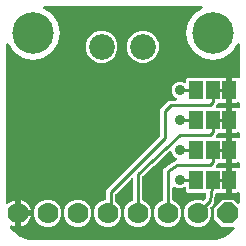
<source format=gbr>
G04 EAGLE Gerber RS-274X export*
G75*
%MOMM*%
%FSLAX34Y34*%
%LPD*%
%INBottom Copper*%
%IPPOS*%
%AMOC8*
5,1,8,0,0,1.08239X$1,22.5*%
G01*
%ADD10C,2.184400*%
%ADD11C,3.516000*%
%ADD12P,1.924489X8X292.500000*%
%ADD13C,1.778000*%
%ADD14R,1.168400X1.600200*%
%ADD15C,0.906400*%
%ADD16C,0.254000*%
%ADD17C,0.406400*%

G36*
X177822Y2543D02*
X177822Y2543D01*
X177900Y2545D01*
X181277Y2810D01*
X181345Y2824D01*
X181414Y2829D01*
X181570Y2869D01*
X187994Y4956D01*
X188101Y5006D01*
X188212Y5050D01*
X188263Y5083D01*
X188282Y5091D01*
X188297Y5104D01*
X188348Y5136D01*
X193812Y9107D01*
X193899Y9188D01*
X193946Y9227D01*
X193952Y9231D01*
X193953Y9233D01*
X193991Y9264D01*
X194029Y9310D01*
X194044Y9324D01*
X194055Y9341D01*
X194093Y9387D01*
X195958Y11954D01*
X195976Y11987D01*
X195999Y12014D01*
X195999Y12016D01*
X196002Y12019D01*
X196053Y12128D01*
X196111Y12233D01*
X196121Y12271D01*
X196138Y12307D01*
X196160Y12424D01*
X196190Y12541D01*
X196190Y12581D01*
X196198Y12620D01*
X196190Y12739D01*
X196190Y12859D01*
X196181Y12897D01*
X196178Y12937D01*
X196141Y13051D01*
X196111Y13167D01*
X196092Y13202D01*
X196080Y13239D01*
X196016Y13341D01*
X195958Y13446D01*
X195931Y13475D01*
X195910Y13508D01*
X195823Y13590D01*
X195741Y13677D01*
X195707Y13699D01*
X195678Y13726D01*
X195574Y13784D01*
X195472Y13848D01*
X195434Y13860D01*
X195400Y13880D01*
X195284Y13909D01*
X195170Y13947D01*
X195130Y13949D01*
X195092Y13959D01*
X194931Y13969D01*
X185765Y13969D01*
X179069Y20665D01*
X179069Y30135D01*
X180516Y31581D01*
X180558Y31636D01*
X180608Y31685D01*
X180656Y31761D01*
X180681Y31794D01*
X180723Y31828D01*
X180784Y31863D01*
X180904Y31970D01*
X185765Y36831D01*
X195235Y36831D01*
X198493Y33573D01*
X198602Y33488D01*
X198709Y33399D01*
X198728Y33390D01*
X198744Y33378D01*
X198872Y33323D01*
X198997Y33264D01*
X199017Y33260D01*
X199036Y33252D01*
X199174Y33230D01*
X199310Y33204D01*
X199330Y33205D01*
X199350Y33202D01*
X199489Y33215D01*
X199627Y33223D01*
X199646Y33230D01*
X199666Y33232D01*
X199798Y33279D01*
X199929Y33322D01*
X199947Y33332D01*
X199966Y33339D01*
X200081Y33417D01*
X200198Y33492D01*
X200212Y33506D01*
X200229Y33518D01*
X200321Y33622D01*
X200416Y33723D01*
X200426Y33741D01*
X200439Y33756D01*
X200503Y33880D01*
X200570Y34002D01*
X200575Y34021D01*
X200584Y34039D01*
X200614Y34175D01*
X200649Y34310D01*
X200651Y34338D01*
X200654Y34350D01*
X200653Y34370D01*
X200659Y34470D01*
X200659Y41966D01*
X200643Y42097D01*
X200632Y42229D01*
X200623Y42255D01*
X200619Y42282D01*
X200571Y42405D01*
X200527Y42530D01*
X200512Y42552D01*
X200502Y42577D01*
X200425Y42684D01*
X200351Y42795D01*
X200331Y42813D01*
X200316Y42835D01*
X200214Y42919D01*
X200115Y43008D01*
X200091Y43020D01*
X200071Y43038D01*
X199951Y43094D01*
X199834Y43155D01*
X199807Y43162D01*
X199783Y43173D01*
X199653Y43198D01*
X199524Y43228D01*
X199497Y43228D01*
X199471Y43233D01*
X199339Y43225D01*
X199206Y43222D01*
X199180Y43215D01*
X199153Y43213D01*
X199028Y43172D01*
X198900Y43137D01*
X198865Y43120D01*
X198851Y43115D01*
X198832Y43104D01*
X198755Y43065D01*
X198593Y42971D01*
X197946Y42798D01*
X194309Y42798D01*
X194309Y48696D01*
X194292Y48834D01*
X194279Y48972D01*
X194272Y48991D01*
X194269Y49011D01*
X194218Y49141D01*
X194171Y49271D01*
X194160Y49288D01*
X194152Y49307D01*
X194071Y49419D01*
X193993Y49535D01*
X193977Y49548D01*
X193965Y49564D01*
X193858Y49653D01*
X193754Y49745D01*
X193736Y49754D01*
X193720Y49767D01*
X193595Y49826D01*
X193471Y49890D01*
X193451Y49894D01*
X193433Y49903D01*
X193297Y49929D01*
X193161Y49959D01*
X193140Y49959D01*
X193120Y49962D01*
X192982Y49954D01*
X192843Y49950D01*
X192823Y49944D01*
X192803Y49943D01*
X192671Y49900D01*
X192537Y49861D01*
X192520Y49851D01*
X192500Y49845D01*
X192383Y49770D01*
X192263Y49700D01*
X192242Y49681D01*
X192232Y49675D01*
X192218Y49660D01*
X192142Y49593D01*
X192078Y49529D01*
X190500Y49529D01*
X190382Y49514D01*
X190263Y49507D01*
X190225Y49494D01*
X190185Y49489D01*
X190074Y49446D01*
X189961Y49409D01*
X189926Y49387D01*
X189889Y49372D01*
X189793Y49303D01*
X189692Y49239D01*
X189664Y49209D01*
X189631Y49186D01*
X189556Y49094D01*
X189474Y49007D01*
X189454Y48972D01*
X189429Y48941D01*
X189378Y48833D01*
X189320Y48729D01*
X189310Y48689D01*
X189293Y48653D01*
X189271Y48536D01*
X189241Y48421D01*
X189237Y48361D01*
X189233Y48341D01*
X189235Y48321D01*
X189233Y48314D01*
X189234Y48307D01*
X189231Y48260D01*
X189231Y42798D01*
X185593Y42798D01*
X185592Y42799D01*
X185487Y42813D01*
X185384Y42836D01*
X185330Y42834D01*
X185277Y42842D01*
X185172Y42830D01*
X185066Y42826D01*
X185015Y42811D01*
X184961Y42805D01*
X184943Y42798D01*
X181244Y42798D01*
X181215Y42795D01*
X181186Y42797D01*
X181058Y42775D01*
X180929Y42758D01*
X180902Y42748D01*
X180873Y42743D01*
X180754Y42689D01*
X180633Y42641D01*
X180609Y42624D01*
X180583Y42612D01*
X180481Y42531D01*
X180376Y42455D01*
X180357Y42432D01*
X180334Y42414D01*
X180256Y42310D01*
X180173Y42210D01*
X180160Y42183D01*
X180143Y42160D01*
X180093Y42040D01*
X180037Y41922D01*
X180032Y41893D01*
X180021Y41866D01*
X179988Y41709D01*
X179083Y35378D01*
X179083Y35369D01*
X179081Y35360D01*
X179071Y35199D01*
X179071Y33959D01*
X179049Y33930D01*
X178957Y33812D01*
X178953Y33803D01*
X178948Y33796D01*
X178890Y33657D01*
X178831Y33520D01*
X178829Y33511D01*
X178826Y33502D01*
X178818Y33465D01*
X177835Y32728D01*
X177828Y32721D01*
X177820Y32716D01*
X177699Y32610D01*
X176027Y30938D01*
X176009Y30914D01*
X175986Y30895D01*
X175912Y30789D01*
X175832Y30686D01*
X175820Y30659D01*
X175803Y30635D01*
X175757Y30514D01*
X175706Y30395D01*
X175701Y30365D01*
X175690Y30338D01*
X175676Y30209D01*
X175656Y30080D01*
X175658Y30051D01*
X175655Y30022D01*
X175673Y29893D01*
X175686Y29764D01*
X175696Y29736D01*
X175700Y29707D01*
X175752Y29554D01*
X176531Y27674D01*
X176531Y23126D01*
X174791Y18925D01*
X171575Y15709D01*
X167374Y13969D01*
X162826Y13969D01*
X158625Y15709D01*
X155409Y18925D01*
X153669Y23126D01*
X153669Y27674D01*
X155409Y31875D01*
X158625Y35091D01*
X162826Y36831D01*
X167374Y36831D01*
X169254Y36052D01*
X169283Y36044D01*
X169309Y36030D01*
X169436Y36002D01*
X169561Y35968D01*
X169591Y35967D01*
X169620Y35961D01*
X169749Y35965D01*
X169879Y35963D01*
X169908Y35970D01*
X169937Y35970D01*
X170062Y36007D01*
X170188Y36037D01*
X170215Y36051D01*
X170243Y36059D01*
X170355Y36125D01*
X170470Y36186D01*
X170491Y36205D01*
X170517Y36220D01*
X170638Y36327D01*
X171368Y37057D01*
X171374Y37064D01*
X171381Y37070D01*
X171471Y37189D01*
X171563Y37308D01*
X171567Y37317D01*
X171572Y37324D01*
X171629Y37462D01*
X171689Y37600D01*
X171691Y37609D01*
X171694Y37618D01*
X171727Y37775D01*
X172238Y41350D01*
X172238Y41400D01*
X172248Y41449D01*
X172241Y41558D01*
X172243Y41667D01*
X172231Y41716D01*
X172228Y41766D01*
X172194Y41870D01*
X172169Y41977D01*
X172145Y42021D01*
X172130Y42068D01*
X172072Y42161D01*
X172020Y42258D01*
X171987Y42295D01*
X171960Y42337D01*
X171880Y42412D01*
X171806Y42493D01*
X171765Y42521D01*
X171728Y42555D01*
X171632Y42608D01*
X171541Y42668D01*
X171494Y42684D01*
X171450Y42709D01*
X171344Y42736D01*
X171240Y42772D01*
X171190Y42776D01*
X171142Y42788D01*
X170981Y42798D01*
X156936Y42798D01*
X155447Y44287D01*
X155447Y46099D01*
X155441Y46149D01*
X155443Y46198D01*
X155421Y46306D01*
X155407Y46415D01*
X155389Y46461D01*
X155379Y46510D01*
X155331Y46608D01*
X155290Y46711D01*
X155261Y46751D01*
X155239Y46795D01*
X155168Y46879D01*
X155104Y46968D01*
X155065Y47000D01*
X155033Y47037D01*
X154943Y47101D01*
X154859Y47171D01*
X154814Y47192D01*
X154773Y47220D01*
X154670Y47259D01*
X154571Y47306D01*
X154522Y47316D01*
X154476Y47333D01*
X154366Y47345D01*
X154259Y47366D01*
X154209Y47363D01*
X154160Y47368D01*
X154051Y47353D01*
X153941Y47346D01*
X153894Y47331D01*
X153845Y47324D01*
X153692Y47272D01*
X151267Y46267D01*
X148453Y46267D01*
X145854Y47344D01*
X145678Y47520D01*
X145568Y47605D01*
X145461Y47694D01*
X145442Y47703D01*
X145426Y47715D01*
X145299Y47770D01*
X145173Y47830D01*
X145153Y47833D01*
X145134Y47841D01*
X144997Y47863D01*
X144860Y47889D01*
X144840Y47888D01*
X144820Y47891D01*
X144682Y47878D01*
X144543Y47870D01*
X144524Y47863D01*
X144504Y47862D01*
X144372Y47814D01*
X144241Y47772D01*
X144224Y47761D01*
X144204Y47754D01*
X144089Y47676D01*
X143972Y47601D01*
X143958Y47587D01*
X143941Y47575D01*
X143849Y47471D01*
X143754Y47370D01*
X143744Y47352D01*
X143731Y47337D01*
X143667Y47213D01*
X143600Y47091D01*
X143595Y47072D01*
X143586Y47054D01*
X143556Y46918D01*
X143521Y46783D01*
X143519Y46755D01*
X143516Y46743D01*
X143517Y46723D01*
X143511Y46623D01*
X143511Y37042D01*
X143514Y37013D01*
X143512Y36983D01*
X143534Y36856D01*
X143551Y36727D01*
X143561Y36699D01*
X143566Y36670D01*
X143620Y36552D01*
X143668Y36431D01*
X143685Y36407D01*
X143697Y36380D01*
X143778Y36279D01*
X143854Y36174D01*
X143877Y36155D01*
X143896Y36132D01*
X143999Y36054D01*
X144099Y35971D01*
X144126Y35958D01*
X144150Y35940D01*
X144294Y35870D01*
X146175Y35091D01*
X149391Y31875D01*
X151131Y27674D01*
X151131Y23126D01*
X149391Y18925D01*
X146175Y15709D01*
X141974Y13969D01*
X137426Y13969D01*
X133225Y15709D01*
X130009Y18925D01*
X128269Y23126D01*
X128269Y27674D01*
X130009Y31875D01*
X133225Y35091D01*
X135106Y35870D01*
X135131Y35884D01*
X135159Y35893D01*
X135269Y35963D01*
X135382Y36027D01*
X135403Y36048D01*
X135428Y36063D01*
X135517Y36158D01*
X135610Y36248D01*
X135626Y36273D01*
X135646Y36295D01*
X135709Y36409D01*
X135777Y36519D01*
X135785Y36548D01*
X135800Y36574D01*
X135832Y36699D01*
X135870Y36823D01*
X135872Y36853D01*
X135879Y36881D01*
X135889Y37042D01*
X135889Y59422D01*
X135873Y59554D01*
X135861Y59686D01*
X135853Y59711D01*
X135849Y59737D01*
X135800Y59861D01*
X135757Y59987D01*
X135738Y60019D01*
X135732Y60033D01*
X135720Y60051D01*
X135676Y60126D01*
X135654Y60160D01*
X135865Y61214D01*
X135868Y61259D01*
X135879Y61302D01*
X135889Y61463D01*
X135889Y62538D01*
X135918Y62567D01*
X135999Y62672D01*
X136085Y62774D01*
X136088Y62780D01*
X136092Y62784D01*
X136100Y62802D01*
X136113Y62818D01*
X136166Y62940D01*
X136223Y63060D01*
X136226Y63068D01*
X136227Y63072D01*
X136229Y63081D01*
X136233Y63096D01*
X136239Y63110D01*
X136242Y63131D01*
X136265Y63216D01*
X136273Y63255D01*
X137168Y63852D01*
X137202Y63881D01*
X137240Y63904D01*
X137361Y64010D01*
X138122Y64771D01*
X138162Y64771D01*
X138294Y64787D01*
X138426Y64799D01*
X138451Y64807D01*
X138477Y64811D01*
X138601Y64859D01*
X138727Y64903D01*
X138759Y64922D01*
X138773Y64928D01*
X138791Y64940D01*
X138866Y64984D01*
X144788Y68932D01*
X144822Y68961D01*
X144860Y68984D01*
X144981Y69090D01*
X145742Y69851D01*
X145782Y69851D01*
X145914Y69867D01*
X146046Y69879D01*
X146071Y69887D01*
X146097Y69891D01*
X146221Y69940D01*
X146347Y69983D01*
X146379Y70002D01*
X146393Y70008D01*
X146411Y70020D01*
X146486Y70064D01*
X146745Y70237D01*
X146757Y70247D01*
X146770Y70254D01*
X146877Y70351D01*
X146985Y70445D01*
X146994Y70457D01*
X147006Y70468D01*
X147085Y70588D01*
X147166Y70706D01*
X147172Y70721D01*
X147180Y70734D01*
X147227Y70870D01*
X147277Y71004D01*
X147279Y71020D01*
X147284Y71034D01*
X147295Y71178D01*
X147310Y71321D01*
X147308Y71336D01*
X147309Y71351D01*
X147284Y71493D01*
X147263Y71635D01*
X147257Y71649D01*
X147254Y71665D01*
X147195Y71796D01*
X147140Y71928D01*
X147130Y71941D01*
X147124Y71955D01*
X147034Y72067D01*
X146947Y72181D01*
X146935Y72191D01*
X146925Y72203D01*
X146810Y72290D01*
X146698Y72379D01*
X146684Y72385D01*
X146671Y72394D01*
X146527Y72465D01*
X145854Y72744D01*
X143864Y74734D01*
X142786Y77336D01*
X142773Y77359D01*
X142765Y77384D01*
X142695Y77497D01*
X142629Y77612D01*
X142610Y77631D01*
X142596Y77653D01*
X142500Y77745D01*
X142407Y77841D01*
X142385Y77854D01*
X142366Y77872D01*
X142250Y77937D01*
X142136Y78007D01*
X142111Y78015D01*
X142088Y78027D01*
X141959Y78061D01*
X141832Y78100D01*
X141806Y78102D01*
X141781Y78108D01*
X141647Y78109D01*
X141515Y78116D01*
X141489Y78110D01*
X141463Y78110D01*
X141334Y78078D01*
X141203Y78051D01*
X141180Y78040D01*
X141154Y78033D01*
X141037Y77970D01*
X140917Y77912D01*
X140897Y77895D01*
X140875Y77882D01*
X140750Y77780D01*
X138632Y75814D01*
X138632Y75813D01*
X133164Y70737D01*
X133164Y70736D01*
X127697Y65660D01*
X127697Y65659D01*
X123596Y61852D01*
X118516Y57135D01*
X118438Y57041D01*
X118354Y56952D01*
X118336Y56919D01*
X118312Y56891D01*
X118260Y56781D01*
X118200Y56673D01*
X118191Y56637D01*
X118175Y56604D01*
X118152Y56484D01*
X118121Y56365D01*
X118117Y56311D01*
X118114Y56292D01*
X118115Y56271D01*
X118111Y56205D01*
X118111Y37042D01*
X118114Y37013D01*
X118112Y36983D01*
X118134Y36856D01*
X118151Y36727D01*
X118161Y36699D01*
X118166Y36670D01*
X118220Y36552D01*
X118268Y36431D01*
X118285Y36407D01*
X118297Y36380D01*
X118378Y36279D01*
X118454Y36174D01*
X118477Y36155D01*
X118496Y36132D01*
X118599Y36054D01*
X118699Y35971D01*
X118726Y35958D01*
X118750Y35940D01*
X118894Y35870D01*
X120775Y35091D01*
X123991Y31875D01*
X125731Y27674D01*
X125731Y23126D01*
X123991Y18925D01*
X120775Y15709D01*
X116574Y13969D01*
X112026Y13969D01*
X107825Y15709D01*
X104609Y18925D01*
X102869Y23126D01*
X102869Y27674D01*
X104609Y31875D01*
X107825Y35091D01*
X109706Y35870D01*
X109731Y35884D01*
X109759Y35893D01*
X109869Y35963D01*
X109982Y36027D01*
X110003Y36048D01*
X110028Y36063D01*
X110117Y36158D01*
X110210Y36248D01*
X110226Y36273D01*
X110246Y36295D01*
X110309Y36409D01*
X110377Y36519D01*
X110385Y36548D01*
X110400Y36574D01*
X110432Y36699D01*
X110470Y36823D01*
X110472Y36853D01*
X110479Y36881D01*
X110489Y37042D01*
X110489Y53776D01*
X110472Y53913D01*
X110459Y54052D01*
X110452Y54071D01*
X110449Y54091D01*
X110398Y54220D01*
X110351Y54351D01*
X110340Y54368D01*
X110332Y54387D01*
X110251Y54499D01*
X110173Y54615D01*
X110157Y54628D01*
X110146Y54644D01*
X110038Y54733D01*
X109934Y54825D01*
X109916Y54834D01*
X109901Y54847D01*
X109775Y54906D01*
X109651Y54970D01*
X109631Y54974D01*
X109613Y54983D01*
X109477Y55009D01*
X109341Y55039D01*
X109320Y55039D01*
X109301Y55043D01*
X109162Y55034D01*
X109023Y55030D01*
X109003Y55024D01*
X108983Y55023D01*
X108851Y54980D01*
X108717Y54941D01*
X108700Y54931D01*
X108681Y54925D01*
X108563Y54850D01*
X108443Y54780D01*
X108422Y54761D01*
X108412Y54755D01*
X108398Y54740D01*
X108323Y54673D01*
X95622Y41973D01*
X95562Y41895D01*
X95494Y41823D01*
X95465Y41770D01*
X95428Y41722D01*
X95388Y41631D01*
X95340Y41544D01*
X95325Y41486D01*
X95301Y41430D01*
X95286Y41332D01*
X95261Y41236D01*
X95255Y41136D01*
X95251Y41116D01*
X95253Y41104D01*
X95251Y41076D01*
X95251Y35740D01*
X95263Y35642D01*
X95266Y35543D01*
X95283Y35485D01*
X95291Y35425D01*
X95327Y35333D01*
X95355Y35238D01*
X95385Y35186D01*
X95408Y35129D01*
X95466Y35049D01*
X95516Y34964D01*
X95582Y34889D01*
X95594Y34872D01*
X95604Y34864D01*
X95622Y34843D01*
X98591Y31875D01*
X100331Y27674D01*
X100331Y23126D01*
X98591Y18925D01*
X95375Y15709D01*
X91174Y13969D01*
X86626Y13969D01*
X82425Y15709D01*
X79209Y18925D01*
X77469Y23126D01*
X77469Y27674D01*
X79209Y31875D01*
X82425Y35091D01*
X86846Y36922D01*
X86871Y36936D01*
X86899Y36945D01*
X86931Y36965D01*
X86936Y36967D01*
X86950Y36977D01*
X87009Y37015D01*
X87122Y37079D01*
X87143Y37100D01*
X87168Y37116D01*
X87257Y37210D01*
X87350Y37300D01*
X87366Y37326D01*
X87386Y37347D01*
X87449Y37461D01*
X87517Y37572D01*
X87525Y37600D01*
X87540Y37626D01*
X87572Y37751D01*
X87610Y37876D01*
X87612Y37905D01*
X87619Y37934D01*
X87629Y38094D01*
X87629Y44758D01*
X132978Y90107D01*
X133038Y90185D01*
X133106Y90257D01*
X133135Y90310D01*
X133172Y90358D01*
X133212Y90449D01*
X133260Y90536D01*
X133275Y90594D01*
X133299Y90650D01*
X133314Y90748D01*
X133339Y90844D01*
X133345Y90944D01*
X133349Y90964D01*
X133347Y90976D01*
X133349Y91004D01*
X133349Y113338D01*
X140662Y120651D01*
X146458Y120651D01*
X146527Y120659D01*
X146597Y120658D01*
X146684Y120679D01*
X146773Y120691D01*
X146838Y120716D01*
X146906Y120733D01*
X146985Y120775D01*
X147069Y120808D01*
X147125Y120849D01*
X147187Y120881D01*
X147254Y120942D01*
X147326Y120994D01*
X147371Y121048D01*
X147422Y121095D01*
X147472Y121170D01*
X147529Y121239D01*
X147559Y121303D01*
X147597Y121361D01*
X147626Y121446D01*
X147665Y121527D01*
X147678Y121596D01*
X147700Y121662D01*
X147708Y121751D01*
X147724Y121839D01*
X147720Y121909D01*
X147726Y121979D01*
X147710Y122067D01*
X147705Y122157D01*
X147683Y122223D01*
X147671Y122292D01*
X147634Y122374D01*
X147607Y122459D01*
X147569Y122518D01*
X147541Y122582D01*
X147485Y122652D01*
X147436Y122728D01*
X147386Y122776D01*
X147342Y122830D01*
X147270Y122885D01*
X147205Y122946D01*
X147144Y122980D01*
X147088Y123022D01*
X146943Y123093D01*
X145854Y123544D01*
X143864Y125534D01*
X142787Y128133D01*
X142787Y130947D01*
X143864Y133546D01*
X145854Y135536D01*
X148453Y136613D01*
X151267Y136613D01*
X153692Y135608D01*
X153740Y135595D01*
X153785Y135574D01*
X153893Y135553D01*
X153999Y135524D01*
X154049Y135523D01*
X154098Y135514D01*
X154207Y135521D01*
X154317Y135519D01*
X154365Y135531D01*
X154415Y135534D01*
X154519Y135568D01*
X154626Y135593D01*
X154670Y135616D01*
X154717Y135632D01*
X154810Y135691D01*
X154907Y135742D01*
X154944Y135775D01*
X154986Y135802D01*
X155061Y135882D01*
X155143Y135956D01*
X155170Y135997D01*
X155204Y136034D01*
X155257Y136130D01*
X155317Y136222D01*
X155334Y136269D01*
X155358Y136312D01*
X155385Y136418D01*
X155421Y136522D01*
X155425Y136572D01*
X155437Y136620D01*
X155447Y136781D01*
X155447Y138593D01*
X156936Y140082D01*
X184953Y140082D01*
X185014Y140072D01*
X185116Y140047D01*
X185170Y140047D01*
X185223Y140039D01*
X185328Y140049D01*
X185434Y140050D01*
X185518Y140066D01*
X185540Y140068D01*
X185554Y140074D01*
X185592Y140081D01*
X185593Y140082D01*
X189231Y140082D01*
X189231Y134620D01*
X189246Y134502D01*
X189253Y134383D01*
X189266Y134345D01*
X189271Y134304D01*
X189314Y134194D01*
X189351Y134081D01*
X189373Y134046D01*
X189388Y134009D01*
X189458Y133913D01*
X189521Y133812D01*
X189551Y133784D01*
X189575Y133751D01*
X189666Y133675D01*
X189753Y133594D01*
X189788Y133574D01*
X189819Y133549D01*
X189927Y133498D01*
X190031Y133440D01*
X190071Y133430D01*
X190107Y133413D01*
X190224Y133391D01*
X190339Y133361D01*
X190400Y133357D01*
X190420Y133353D01*
X190440Y133355D01*
X190500Y133351D01*
X193040Y133351D01*
X193158Y133366D01*
X193277Y133373D01*
X193315Y133386D01*
X193355Y133391D01*
X193466Y133434D01*
X193579Y133471D01*
X193614Y133493D01*
X193651Y133508D01*
X193747Y133577D01*
X193848Y133641D01*
X193876Y133671D01*
X193908Y133694D01*
X193984Y133786D01*
X194066Y133873D01*
X194085Y133908D01*
X194111Y133939D01*
X194162Y134047D01*
X194219Y134151D01*
X194230Y134191D01*
X194247Y134227D01*
X194269Y134344D01*
X194299Y134459D01*
X194303Y134519D01*
X194307Y134539D01*
X194305Y134560D01*
X194309Y134620D01*
X194309Y140082D01*
X197946Y140082D01*
X198593Y139909D01*
X198755Y139815D01*
X198878Y139763D01*
X198997Y139707D01*
X199024Y139702D01*
X199049Y139691D01*
X199180Y139672D01*
X199310Y139647D01*
X199336Y139649D01*
X199363Y139645D01*
X199495Y139659D01*
X199627Y139667D01*
X199653Y139675D01*
X199679Y139678D01*
X199804Y139724D01*
X199929Y139765D01*
X199952Y139779D01*
X199978Y139789D01*
X200086Y139864D01*
X200198Y139935D01*
X200217Y139955D01*
X200239Y139970D01*
X200325Y140070D01*
X200416Y140167D01*
X200429Y140190D01*
X200447Y140211D01*
X200506Y140329D01*
X200570Y140445D01*
X200576Y140471D01*
X200588Y140495D01*
X200616Y140625D01*
X200649Y140753D01*
X200651Y140791D01*
X200655Y140806D01*
X200654Y140828D01*
X200659Y140914D01*
X200659Y167796D01*
X200646Y167900D01*
X200642Y168004D01*
X200626Y168057D01*
X200619Y168111D01*
X200581Y168208D01*
X200551Y168309D01*
X200523Y168356D01*
X200502Y168407D01*
X200441Y168492D01*
X200387Y168581D01*
X200348Y168620D01*
X200316Y168665D01*
X200235Y168731D01*
X200161Y168804D01*
X200113Y168832D01*
X200071Y168867D01*
X199976Y168912D01*
X199886Y168964D01*
X199833Y168979D01*
X199783Y169003D01*
X199680Y169022D01*
X199580Y169051D01*
X199525Y169052D01*
X199471Y169063D01*
X199366Y169056D01*
X199262Y169059D01*
X199208Y169046D01*
X199153Y169043D01*
X199054Y169011D01*
X198952Y168987D01*
X198903Y168962D01*
X198851Y168945D01*
X198762Y168889D01*
X198670Y168841D01*
X198628Y168804D01*
X198582Y168775D01*
X198510Y168699D01*
X198432Y168629D01*
X198379Y168559D01*
X198364Y168543D01*
X198357Y168530D01*
X198335Y168501D01*
X193834Y161766D01*
X186478Y156850D01*
X177800Y155124D01*
X169122Y156850D01*
X161766Y161766D01*
X156850Y169122D01*
X155124Y177800D01*
X156850Y186478D01*
X161766Y193834D01*
X168501Y198335D01*
X168580Y198403D01*
X168665Y198464D01*
X168700Y198507D01*
X168741Y198543D01*
X168801Y198629D01*
X168867Y198709D01*
X168891Y198759D01*
X168922Y198805D01*
X168958Y198903D01*
X169003Y198997D01*
X169013Y199051D01*
X169032Y199103D01*
X169043Y199207D01*
X169063Y199310D01*
X169059Y199365D01*
X169065Y199419D01*
X169049Y199523D01*
X169043Y199627D01*
X169026Y199679D01*
X169018Y199734D01*
X168977Y199830D01*
X168945Y199929D01*
X168915Y199976D01*
X168894Y200027D01*
X168831Y200110D01*
X168775Y200198D01*
X168735Y200236D01*
X168701Y200280D01*
X168619Y200345D01*
X168543Y200416D01*
X168495Y200443D01*
X168452Y200477D01*
X168356Y200519D01*
X168265Y200570D01*
X168211Y200583D01*
X168161Y200606D01*
X168058Y200623D01*
X167957Y200649D01*
X167869Y200655D01*
X167847Y200658D01*
X167832Y200657D01*
X167796Y200659D01*
X35404Y200659D01*
X35300Y200646D01*
X35196Y200642D01*
X35143Y200626D01*
X35089Y200619D01*
X34992Y200581D01*
X34891Y200551D01*
X34844Y200523D01*
X34793Y200502D01*
X34708Y200441D01*
X34619Y200387D01*
X34580Y200348D01*
X34535Y200316D01*
X34469Y200235D01*
X34396Y200161D01*
X34368Y200113D01*
X34333Y200071D01*
X34288Y199976D01*
X34236Y199886D01*
X34221Y199833D01*
X34197Y199783D01*
X34178Y199680D01*
X34149Y199580D01*
X34148Y199525D01*
X34137Y199471D01*
X34144Y199366D01*
X34141Y199262D01*
X34154Y199208D01*
X34157Y199153D01*
X34189Y199054D01*
X34213Y198952D01*
X34238Y198903D01*
X34255Y198851D01*
X34311Y198762D01*
X34359Y198670D01*
X34396Y198628D01*
X34425Y198582D01*
X34501Y198510D01*
X34571Y198432D01*
X34641Y198379D01*
X34657Y198364D01*
X34670Y198357D01*
X34699Y198335D01*
X41434Y193834D01*
X46350Y186478D01*
X48076Y177800D01*
X46350Y169122D01*
X41434Y161766D01*
X34078Y156850D01*
X25400Y155124D01*
X16722Y156850D01*
X9366Y161766D01*
X4865Y168501D01*
X4797Y168580D01*
X4736Y168665D01*
X4693Y168700D01*
X4657Y168741D01*
X4571Y168801D01*
X4491Y168867D01*
X4441Y168891D01*
X4395Y168922D01*
X4297Y168958D01*
X4203Y169003D01*
X4149Y169013D01*
X4097Y169032D01*
X3993Y169043D01*
X3890Y169063D01*
X3835Y169059D01*
X3781Y169065D01*
X3677Y169049D01*
X3573Y169043D01*
X3521Y169026D01*
X3466Y169018D01*
X3370Y168977D01*
X3271Y168945D01*
X3224Y168915D01*
X3173Y168894D01*
X3090Y168831D01*
X3002Y168775D01*
X2964Y168735D01*
X2920Y168701D01*
X2855Y168619D01*
X2784Y168543D01*
X2757Y168495D01*
X2723Y168452D01*
X2681Y168356D01*
X2630Y168265D01*
X2617Y168211D01*
X2594Y168161D01*
X2577Y168058D01*
X2551Y167957D01*
X2545Y167869D01*
X2542Y167847D01*
X2543Y167832D01*
X2541Y167796D01*
X2541Y34470D01*
X2558Y34332D01*
X2571Y34194D01*
X2578Y34175D01*
X2581Y34155D01*
X2632Y34025D01*
X2679Y33895D01*
X2690Y33878D01*
X2698Y33859D01*
X2779Y33747D01*
X2857Y33632D01*
X2873Y33618D01*
X2884Y33602D01*
X2992Y33513D01*
X3096Y33421D01*
X3114Y33412D01*
X3129Y33399D01*
X3255Y33340D01*
X3379Y33277D01*
X3399Y33272D01*
X3417Y33264D01*
X3553Y33238D01*
X3689Y33207D01*
X3710Y33208D01*
X3729Y33204D01*
X3868Y33212D01*
X4007Y33217D01*
X4027Y33222D01*
X4047Y33224D01*
X4179Y33266D01*
X4313Y33305D01*
X4330Y33315D01*
X4349Y33322D01*
X4467Y33396D01*
X4587Y33467D01*
X4608Y33485D01*
X4618Y33492D01*
X4632Y33507D01*
X4708Y33573D01*
X5253Y34119D01*
X6709Y35177D01*
X8312Y35993D01*
X10023Y36549D01*
X10201Y36577D01*
X10201Y26630D01*
X10216Y26512D01*
X10223Y26393D01*
X10235Y26355D01*
X10241Y26315D01*
X10284Y26204D01*
X10321Y26091D01*
X10343Y26057D01*
X10358Y26019D01*
X10427Y25923D01*
X10491Y25822D01*
X10521Y25794D01*
X10544Y25762D01*
X10636Y25686D01*
X10723Y25604D01*
X10758Y25585D01*
X10789Y25559D01*
X10897Y25508D01*
X11001Y25451D01*
X11041Y25441D01*
X11077Y25423D01*
X11184Y25403D01*
X11154Y25399D01*
X11044Y25355D01*
X10931Y25319D01*
X10896Y25297D01*
X10859Y25282D01*
X10762Y25212D01*
X10662Y25149D01*
X10634Y25119D01*
X10601Y25095D01*
X10525Y25004D01*
X10444Y24917D01*
X10424Y24882D01*
X10399Y24850D01*
X10348Y24743D01*
X10290Y24638D01*
X10280Y24599D01*
X10263Y24563D01*
X10241Y24446D01*
X10211Y24330D01*
X10207Y24270D01*
X10203Y24250D01*
X10205Y24230D01*
X10201Y24170D01*
X10201Y14223D01*
X10023Y14251D01*
X8312Y14807D01*
X8033Y14949D01*
X8014Y14956D01*
X7997Y14967D01*
X7864Y15010D01*
X7734Y15057D01*
X7714Y15059D01*
X7695Y15065D01*
X7555Y15074D01*
X7417Y15087D01*
X7397Y15084D01*
X7377Y15085D01*
X7240Y15059D01*
X7103Y15037D01*
X7085Y15029D01*
X7065Y15026D01*
X6939Y14966D01*
X6811Y14911D01*
X6795Y14899D01*
X6777Y14890D01*
X6670Y14801D01*
X6560Y14716D01*
X6547Y14700D01*
X6532Y14688D01*
X6450Y14575D01*
X6364Y14465D01*
X6356Y14447D01*
X6345Y14431D01*
X6293Y14301D01*
X6238Y14173D01*
X6235Y14154D01*
X6227Y14135D01*
X6210Y13997D01*
X6188Y13859D01*
X6190Y13839D01*
X6187Y13820D01*
X6205Y13681D01*
X6218Y13543D01*
X6224Y13524D01*
X6227Y13504D01*
X6278Y13374D01*
X6325Y13243D01*
X6336Y13227D01*
X6343Y13208D01*
X6430Y13072D01*
X9107Y9388D01*
X9127Y9366D01*
X9138Y9348D01*
X9184Y9305D01*
X9188Y9301D01*
X9264Y9209D01*
X9310Y9171D01*
X9324Y9156D01*
X9342Y9145D01*
X9388Y9107D01*
X14596Y5322D01*
X14852Y5136D01*
X14956Y5079D01*
X15056Y5015D01*
X15113Y4993D01*
X15131Y4983D01*
X15151Y4978D01*
X15206Y4956D01*
X21630Y2869D01*
X21698Y2856D01*
X21764Y2833D01*
X21923Y2810D01*
X25300Y2545D01*
X25322Y2546D01*
X25400Y2541D01*
X177800Y2541D01*
X177822Y2543D01*
G37*
%LPC*%
G36*
X115922Y152907D02*
X115922Y152907D01*
X110974Y154957D01*
X107187Y158744D01*
X105137Y163692D01*
X105137Y169048D01*
X107187Y173996D01*
X110974Y177783D01*
X115922Y179833D01*
X121278Y179833D01*
X126226Y177783D01*
X130013Y173996D01*
X132063Y169048D01*
X132063Y163692D01*
X130013Y158744D01*
X126226Y154957D01*
X121278Y152907D01*
X115922Y152907D01*
G37*
%LPD*%
%LPC*%
G36*
X80922Y152907D02*
X80922Y152907D01*
X75974Y154957D01*
X72187Y158744D01*
X70137Y163692D01*
X70137Y169048D01*
X72187Y173996D01*
X75974Y177783D01*
X80922Y179833D01*
X86278Y179833D01*
X91226Y177783D01*
X95013Y173996D01*
X97063Y169048D01*
X97063Y163692D01*
X95013Y158744D01*
X91226Y154957D01*
X86278Y152907D01*
X80922Y152907D01*
G37*
%LPD*%
%LPC*%
G36*
X61226Y13969D02*
X61226Y13969D01*
X57025Y15709D01*
X53809Y18925D01*
X52069Y23126D01*
X52069Y27674D01*
X53809Y31875D01*
X57025Y35091D01*
X61226Y36831D01*
X65774Y36831D01*
X69975Y35091D01*
X73191Y31875D01*
X74931Y27674D01*
X74931Y23126D01*
X73191Y18925D01*
X69975Y15709D01*
X65774Y13969D01*
X61226Y13969D01*
G37*
%LPD*%
%LPC*%
G36*
X35826Y13969D02*
X35826Y13969D01*
X31625Y15709D01*
X28409Y18925D01*
X26669Y23126D01*
X26669Y27674D01*
X28409Y31875D01*
X31625Y35091D01*
X35826Y36831D01*
X40374Y36831D01*
X44575Y35091D01*
X47791Y31875D01*
X49531Y27674D01*
X49531Y23126D01*
X47791Y18925D01*
X44575Y15709D01*
X40374Y13969D01*
X35826Y13969D01*
G37*
%LPD*%
G36*
X193139Y82129D02*
X193139Y82129D01*
X193277Y82137D01*
X193296Y82144D01*
X193316Y82145D01*
X193448Y82193D01*
X193579Y82235D01*
X193596Y82246D01*
X193616Y82253D01*
X193731Y82331D01*
X193848Y82405D01*
X193862Y82420D01*
X193879Y82432D01*
X193971Y82536D01*
X194066Y82637D01*
X194076Y82655D01*
X194089Y82670D01*
X194152Y82794D01*
X194219Y82916D01*
X194225Y82935D01*
X194234Y82953D01*
X194264Y83089D01*
X194299Y83224D01*
X194301Y83252D01*
X194303Y83264D01*
X194303Y83284D01*
X194309Y83384D01*
X194309Y89282D01*
X197946Y89282D01*
X198593Y89109D01*
X198755Y89015D01*
X198842Y88978D01*
X198912Y88939D01*
X198947Y88930D01*
X198997Y88907D01*
X199024Y88902D01*
X199049Y88891D01*
X199166Y88874D01*
X199220Y88860D01*
X199254Y88858D01*
X199310Y88847D01*
X199336Y88849D01*
X199363Y88845D01*
X199495Y88859D01*
X199627Y88867D01*
X199653Y88875D01*
X199679Y88878D01*
X199804Y88924D01*
X199929Y88965D01*
X199952Y88979D01*
X199978Y88989D01*
X200086Y89064D01*
X200198Y89135D01*
X200217Y89155D01*
X200239Y89170D01*
X200325Y89270D01*
X200416Y89367D01*
X200429Y89390D01*
X200447Y89411D01*
X200459Y89436D01*
X200461Y89438D01*
X200477Y89472D01*
X200506Y89529D01*
X200570Y89645D01*
X200576Y89671D01*
X200588Y89695D01*
X200593Y89718D01*
X200597Y89726D01*
X200615Y89819D01*
X200616Y89825D01*
X200649Y89953D01*
X200651Y89991D01*
X200655Y90006D01*
X200654Y90024D01*
X200657Y90038D01*
X200656Y90056D01*
X200659Y90114D01*
X200659Y92766D01*
X200643Y92897D01*
X200632Y93029D01*
X200623Y93055D01*
X200619Y93082D01*
X200571Y93205D01*
X200527Y93330D01*
X200512Y93352D01*
X200502Y93377D01*
X200425Y93484D01*
X200351Y93595D01*
X200331Y93613D01*
X200316Y93635D01*
X200214Y93719D01*
X200115Y93808D01*
X200091Y93820D01*
X200071Y93838D01*
X199951Y93894D01*
X199834Y93955D01*
X199807Y93962D01*
X199783Y93973D01*
X199653Y93998D01*
X199524Y94028D01*
X199497Y94028D01*
X199471Y94033D01*
X199339Y94025D01*
X199206Y94022D01*
X199180Y94015D01*
X199153Y94013D01*
X199028Y93972D01*
X198900Y93937D01*
X198865Y93920D01*
X198851Y93915D01*
X198832Y93904D01*
X198755Y93865D01*
X198593Y93771D01*
X197946Y93598D01*
X194309Y93598D01*
X194309Y99496D01*
X194292Y99634D01*
X194279Y99772D01*
X194272Y99791D01*
X194269Y99811D01*
X194218Y99941D01*
X194171Y100071D01*
X194160Y100088D01*
X194152Y100107D01*
X194071Y100219D01*
X193993Y100335D01*
X193977Y100348D01*
X193965Y100364D01*
X193858Y100453D01*
X193754Y100545D01*
X193736Y100554D01*
X193720Y100567D01*
X193595Y100626D01*
X193471Y100690D01*
X193451Y100694D01*
X193433Y100703D01*
X193297Y100729D01*
X193161Y100759D01*
X193140Y100759D01*
X193120Y100762D01*
X192982Y100754D01*
X192843Y100750D01*
X192823Y100744D01*
X192803Y100743D01*
X192671Y100700D01*
X192537Y100661D01*
X192520Y100651D01*
X192500Y100645D01*
X192383Y100570D01*
X192263Y100500D01*
X192242Y100481D01*
X192232Y100475D01*
X192218Y100460D01*
X192142Y100393D01*
X192078Y100329D01*
X190500Y100329D01*
X190382Y100314D01*
X190263Y100307D01*
X190225Y100294D01*
X190185Y100289D01*
X190074Y100246D01*
X189961Y100209D01*
X189926Y100187D01*
X189889Y100172D01*
X189793Y100103D01*
X189692Y100039D01*
X189664Y100009D01*
X189631Y99986D01*
X189556Y99894D01*
X189474Y99807D01*
X189454Y99772D01*
X189429Y99741D01*
X189378Y99633D01*
X189320Y99529D01*
X189310Y99489D01*
X189293Y99453D01*
X189271Y99336D01*
X189241Y99221D01*
X189237Y99161D01*
X189233Y99141D01*
X189235Y99120D01*
X189231Y99060D01*
X189231Y93598D01*
X185593Y93598D01*
X185592Y93599D01*
X185487Y93613D01*
X185384Y93636D01*
X185330Y93634D01*
X185277Y93642D01*
X185172Y93630D01*
X185066Y93626D01*
X185015Y93611D01*
X184961Y93605D01*
X184943Y93598D01*
X182880Y93598D01*
X182762Y93583D01*
X182643Y93576D01*
X182605Y93563D01*
X182564Y93558D01*
X182454Y93515D01*
X182341Y93478D01*
X182306Y93456D01*
X182269Y93441D01*
X182173Y93372D01*
X182072Y93308D01*
X182044Y93278D01*
X182011Y93255D01*
X181935Y93163D01*
X181854Y93076D01*
X181834Y93041D01*
X181809Y93010D01*
X181758Y92902D01*
X181700Y92798D01*
X181690Y92758D01*
X181673Y92722D01*
X181651Y92605D01*
X181621Y92490D01*
X181617Y92430D01*
X181613Y92410D01*
X181614Y92404D01*
X180658Y91448D01*
X180573Y91339D01*
X180484Y91232D01*
X180475Y91213D01*
X180463Y91197D01*
X180407Y91070D01*
X180348Y90944D01*
X180344Y90924D01*
X180336Y90905D01*
X180314Y90767D01*
X180288Y90631D01*
X180290Y90611D01*
X180287Y90591D01*
X180300Y90452D01*
X180308Y90314D01*
X180314Y90295D01*
X180316Y90275D01*
X180364Y90143D01*
X180406Y90012D01*
X180417Y89994D01*
X180424Y89975D01*
X180502Y89860D01*
X180576Y89743D01*
X180591Y89729D01*
X180603Y89712D01*
X180707Y89620D01*
X180808Y89525D01*
X180826Y89515D01*
X180841Y89502D01*
X180965Y89438D01*
X181087Y89371D01*
X181106Y89366D01*
X181124Y89357D01*
X181260Y89327D01*
X181394Y89292D01*
X181423Y89290D01*
X181434Y89287D01*
X181455Y89288D01*
X181555Y89282D01*
X184953Y89282D01*
X185014Y89272D01*
X185116Y89247D01*
X185170Y89247D01*
X185223Y89239D01*
X185328Y89249D01*
X185434Y89250D01*
X185518Y89266D01*
X185540Y89268D01*
X185554Y89274D01*
X185592Y89281D01*
X185593Y89282D01*
X189231Y89282D01*
X189231Y83820D01*
X189246Y83702D01*
X189253Y83583D01*
X189266Y83545D01*
X189271Y83504D01*
X189314Y83394D01*
X189351Y83281D01*
X189373Y83246D01*
X189388Y83209D01*
X189458Y83113D01*
X189521Y83012D01*
X189551Y82984D01*
X189575Y82951D01*
X189666Y82875D01*
X189753Y82794D01*
X189788Y82774D01*
X189819Y82749D01*
X189927Y82698D01*
X190031Y82640D01*
X190071Y82630D01*
X190107Y82613D01*
X190224Y82591D01*
X190339Y82561D01*
X190400Y82557D01*
X190420Y82553D01*
X190440Y82555D01*
X190500Y82551D01*
X192078Y82551D01*
X192142Y82487D01*
X192252Y82402D01*
X192359Y82313D01*
X192378Y82304D01*
X192394Y82292D01*
X192521Y82237D01*
X192647Y82177D01*
X192667Y82174D01*
X192686Y82165D01*
X192823Y82144D01*
X192959Y82118D01*
X192980Y82119D01*
X193000Y82116D01*
X193139Y82129D01*
G37*
G36*
X193139Y56729D02*
X193139Y56729D01*
X193277Y56737D01*
X193296Y56744D01*
X193316Y56745D01*
X193448Y56793D01*
X193579Y56835D01*
X193596Y56846D01*
X193616Y56853D01*
X193731Y56931D01*
X193848Y57005D01*
X193862Y57020D01*
X193879Y57032D01*
X193971Y57136D01*
X194066Y57237D01*
X194076Y57255D01*
X194089Y57270D01*
X194152Y57394D01*
X194219Y57516D01*
X194225Y57535D01*
X194234Y57553D01*
X194264Y57689D01*
X194299Y57824D01*
X194301Y57852D01*
X194303Y57864D01*
X194303Y57884D01*
X194309Y57984D01*
X194309Y63882D01*
X197946Y63882D01*
X198593Y63709D01*
X198755Y63615D01*
X198848Y63576D01*
X198886Y63554D01*
X198908Y63549D01*
X198997Y63507D01*
X199024Y63502D01*
X199049Y63491D01*
X199180Y63472D01*
X199310Y63447D01*
X199336Y63449D01*
X199363Y63445D01*
X199495Y63459D01*
X199627Y63467D01*
X199653Y63475D01*
X199679Y63478D01*
X199804Y63524D01*
X199929Y63565D01*
X199952Y63579D01*
X199978Y63589D01*
X200086Y63664D01*
X200198Y63735D01*
X200217Y63755D01*
X200239Y63770D01*
X200325Y63870D01*
X200416Y63967D01*
X200429Y63990D01*
X200447Y64011D01*
X200506Y64129D01*
X200570Y64245D01*
X200576Y64271D01*
X200588Y64295D01*
X200616Y64425D01*
X200649Y64553D01*
X200651Y64591D01*
X200655Y64606D01*
X200654Y64628D01*
X200655Y64644D01*
X200657Y64653D01*
X200656Y64664D01*
X200659Y64714D01*
X200659Y67366D01*
X200643Y67497D01*
X200632Y67629D01*
X200623Y67655D01*
X200619Y67682D01*
X200571Y67805D01*
X200527Y67930D01*
X200512Y67952D01*
X200502Y67977D01*
X200425Y68084D01*
X200351Y68195D01*
X200331Y68213D01*
X200316Y68235D01*
X200214Y68319D01*
X200115Y68408D01*
X200091Y68420D01*
X200071Y68438D01*
X199951Y68494D01*
X199834Y68555D01*
X199807Y68562D01*
X199783Y68573D01*
X199653Y68598D01*
X199524Y68628D01*
X199497Y68628D01*
X199471Y68633D01*
X199339Y68625D01*
X199206Y68622D01*
X199180Y68615D01*
X199153Y68613D01*
X199028Y68572D01*
X198900Y68537D01*
X198865Y68520D01*
X198851Y68515D01*
X198832Y68504D01*
X198755Y68465D01*
X198593Y68371D01*
X197946Y68198D01*
X194309Y68198D01*
X194309Y74096D01*
X194292Y74234D01*
X194279Y74372D01*
X194272Y74391D01*
X194269Y74411D01*
X194218Y74541D01*
X194171Y74671D01*
X194160Y74688D01*
X194152Y74707D01*
X194071Y74819D01*
X193993Y74935D01*
X193977Y74948D01*
X193965Y74964D01*
X193858Y75053D01*
X193754Y75145D01*
X193736Y75154D01*
X193720Y75167D01*
X193595Y75226D01*
X193471Y75290D01*
X193451Y75294D01*
X193433Y75303D01*
X193297Y75329D01*
X193161Y75359D01*
X193140Y75359D01*
X193120Y75362D01*
X192982Y75354D01*
X192843Y75350D01*
X192823Y75344D01*
X192803Y75343D01*
X192671Y75300D01*
X192537Y75261D01*
X192520Y75251D01*
X192500Y75245D01*
X192383Y75170D01*
X192263Y75100D01*
X192242Y75081D01*
X192232Y75075D01*
X192218Y75060D01*
X192142Y74993D01*
X192078Y74929D01*
X190500Y74929D01*
X190382Y74914D01*
X190263Y74907D01*
X190225Y74894D01*
X190185Y74889D01*
X190074Y74846D01*
X189961Y74809D01*
X189926Y74787D01*
X189889Y74772D01*
X189793Y74703D01*
X189692Y74639D01*
X189664Y74609D01*
X189631Y74586D01*
X189556Y74494D01*
X189474Y74407D01*
X189454Y74372D01*
X189429Y74341D01*
X189378Y74233D01*
X189320Y74129D01*
X189310Y74089D01*
X189293Y74053D01*
X189271Y73936D01*
X189241Y73821D01*
X189237Y73761D01*
X189233Y73741D01*
X189235Y73720D01*
X189231Y73660D01*
X189231Y68198D01*
X185593Y68198D01*
X185592Y68199D01*
X185487Y68213D01*
X185384Y68236D01*
X185330Y68234D01*
X185277Y68242D01*
X185172Y68230D01*
X185066Y68226D01*
X185015Y68211D01*
X184961Y68205D01*
X184943Y68198D01*
X182880Y68198D01*
X182762Y68183D01*
X182643Y68176D01*
X182605Y68163D01*
X182564Y68158D01*
X182454Y68115D01*
X182341Y68078D01*
X182306Y68056D01*
X182269Y68041D01*
X182173Y67972D01*
X182072Y67908D01*
X182044Y67878D01*
X182011Y67855D01*
X181935Y67763D01*
X181854Y67676D01*
X181834Y67641D01*
X181809Y67610D01*
X181758Y67502D01*
X181700Y67398D01*
X181690Y67358D01*
X181673Y67322D01*
X181651Y67205D01*
X181621Y67090D01*
X181617Y67030D01*
X181613Y67010D01*
X181614Y67004D01*
X180658Y66048D01*
X180573Y65939D01*
X180484Y65832D01*
X180475Y65813D01*
X180463Y65797D01*
X180407Y65670D01*
X180348Y65544D01*
X180344Y65524D01*
X180336Y65505D01*
X180314Y65367D01*
X180288Y65231D01*
X180290Y65211D01*
X180287Y65191D01*
X180300Y65052D01*
X180308Y64914D01*
X180314Y64895D01*
X180316Y64875D01*
X180364Y64743D01*
X180406Y64612D01*
X180417Y64594D01*
X180424Y64575D01*
X180502Y64460D01*
X180576Y64343D01*
X180591Y64329D01*
X180603Y64312D01*
X180707Y64220D01*
X180808Y64125D01*
X180826Y64115D01*
X180841Y64102D01*
X180965Y64038D01*
X181087Y63971D01*
X181106Y63966D01*
X181124Y63957D01*
X181260Y63927D01*
X181394Y63892D01*
X181423Y63890D01*
X181434Y63887D01*
X181455Y63888D01*
X181555Y63882D01*
X184953Y63882D01*
X185014Y63872D01*
X185116Y63847D01*
X185170Y63847D01*
X185223Y63839D01*
X185328Y63849D01*
X185434Y63850D01*
X185518Y63866D01*
X185540Y63868D01*
X185554Y63874D01*
X185592Y63881D01*
X185593Y63882D01*
X189231Y63882D01*
X189231Y58420D01*
X189246Y58302D01*
X189253Y58183D01*
X189266Y58145D01*
X189271Y58104D01*
X189314Y57994D01*
X189351Y57881D01*
X189373Y57846D01*
X189388Y57809D01*
X189458Y57713D01*
X189521Y57612D01*
X189551Y57584D01*
X189575Y57551D01*
X189666Y57475D01*
X189753Y57394D01*
X189788Y57374D01*
X189819Y57349D01*
X189927Y57298D01*
X190031Y57240D01*
X190071Y57230D01*
X190107Y57213D01*
X190224Y57191D01*
X190339Y57161D01*
X190400Y57157D01*
X190420Y57153D01*
X190440Y57155D01*
X190500Y57151D01*
X192078Y57151D01*
X192142Y57087D01*
X192252Y57002D01*
X192359Y56913D01*
X192378Y56904D01*
X192394Y56892D01*
X192521Y56837D01*
X192647Y56777D01*
X192667Y56774D01*
X192686Y56765D01*
X192823Y56744D01*
X192959Y56718D01*
X192980Y56719D01*
X193000Y56716D01*
X193139Y56729D01*
G37*
G36*
X193139Y107529D02*
X193139Y107529D01*
X193277Y107537D01*
X193296Y107544D01*
X193316Y107545D01*
X193448Y107593D01*
X193579Y107635D01*
X193596Y107646D01*
X193616Y107653D01*
X193731Y107731D01*
X193848Y107805D01*
X193862Y107820D01*
X193879Y107832D01*
X193971Y107936D01*
X194066Y108037D01*
X194076Y108055D01*
X194089Y108070D01*
X194152Y108194D01*
X194219Y108316D01*
X194225Y108335D01*
X194234Y108353D01*
X194264Y108489D01*
X194299Y108624D01*
X194301Y108652D01*
X194303Y108664D01*
X194303Y108684D01*
X194309Y108784D01*
X194309Y114682D01*
X197946Y114682D01*
X198593Y114509D01*
X198755Y114415D01*
X198878Y114363D01*
X198997Y114307D01*
X199024Y114302D01*
X199049Y114291D01*
X199180Y114272D01*
X199310Y114247D01*
X199336Y114249D01*
X199363Y114245D01*
X199495Y114259D01*
X199627Y114267D01*
X199653Y114275D01*
X199679Y114278D01*
X199804Y114324D01*
X199929Y114365D01*
X199952Y114379D01*
X199978Y114389D01*
X200086Y114464D01*
X200198Y114535D01*
X200217Y114555D01*
X200239Y114570D01*
X200325Y114670D01*
X200416Y114767D01*
X200429Y114790D01*
X200447Y114811D01*
X200506Y114929D01*
X200570Y115045D01*
X200576Y115071D01*
X200588Y115095D01*
X200616Y115225D01*
X200649Y115353D01*
X200651Y115391D01*
X200655Y115406D01*
X200654Y115428D01*
X200659Y115514D01*
X200659Y118166D01*
X200643Y118297D01*
X200632Y118429D01*
X200623Y118455D01*
X200619Y118482D01*
X200571Y118605D01*
X200527Y118730D01*
X200512Y118752D01*
X200502Y118777D01*
X200425Y118884D01*
X200351Y118995D01*
X200331Y119013D01*
X200316Y119035D01*
X200214Y119119D01*
X200115Y119208D01*
X200091Y119220D01*
X200071Y119238D01*
X199951Y119294D01*
X199834Y119355D01*
X199807Y119362D01*
X199783Y119373D01*
X199653Y119398D01*
X199524Y119428D01*
X199497Y119428D01*
X199471Y119433D01*
X199339Y119425D01*
X199206Y119422D01*
X199180Y119415D01*
X199153Y119413D01*
X199028Y119372D01*
X198900Y119337D01*
X198865Y119320D01*
X198851Y119315D01*
X198832Y119304D01*
X198755Y119265D01*
X198593Y119171D01*
X197946Y118998D01*
X194309Y118998D01*
X194309Y124460D01*
X194294Y124578D01*
X194287Y124697D01*
X194274Y124735D01*
X194269Y124776D01*
X194225Y124886D01*
X194189Y124999D01*
X194167Y125034D01*
X194152Y125071D01*
X194082Y125167D01*
X194019Y125268D01*
X193989Y125296D01*
X193965Y125329D01*
X193874Y125405D01*
X193787Y125486D01*
X193752Y125506D01*
X193720Y125531D01*
X193613Y125582D01*
X193509Y125640D01*
X193469Y125650D01*
X193433Y125667D01*
X193316Y125689D01*
X193201Y125719D01*
X193140Y125723D01*
X193120Y125727D01*
X193100Y125725D01*
X193040Y125729D01*
X190500Y125729D01*
X190382Y125714D01*
X190263Y125707D01*
X190225Y125694D01*
X190185Y125689D01*
X190074Y125646D01*
X189961Y125609D01*
X189926Y125587D01*
X189889Y125572D01*
X189793Y125503D01*
X189692Y125439D01*
X189664Y125409D01*
X189631Y125386D01*
X189556Y125294D01*
X189474Y125207D01*
X189454Y125172D01*
X189429Y125141D01*
X189378Y125033D01*
X189320Y124929D01*
X189310Y124889D01*
X189293Y124853D01*
X189271Y124736D01*
X189241Y124621D01*
X189237Y124561D01*
X189233Y124541D01*
X189235Y124520D01*
X189231Y124460D01*
X189231Y118998D01*
X185593Y118998D01*
X185592Y118999D01*
X185487Y119013D01*
X185384Y119036D01*
X185330Y119034D01*
X185277Y119042D01*
X185172Y119030D01*
X185066Y119026D01*
X185015Y119011D01*
X184961Y119005D01*
X184943Y118998D01*
X182880Y118998D01*
X182762Y118983D01*
X182643Y118976D01*
X182605Y118963D01*
X182564Y118958D01*
X182454Y118915D01*
X182341Y118878D01*
X182306Y118856D01*
X182269Y118841D01*
X182173Y118772D01*
X182072Y118708D01*
X182044Y118678D01*
X182011Y118655D01*
X181935Y118563D01*
X181854Y118476D01*
X181834Y118441D01*
X181809Y118410D01*
X181758Y118302D01*
X181700Y118198D01*
X181690Y118158D01*
X181673Y118122D01*
X181651Y118005D01*
X181621Y117890D01*
X181617Y117830D01*
X181613Y117810D01*
X181614Y117804D01*
X180658Y116848D01*
X180573Y116739D01*
X180484Y116632D01*
X180475Y116613D01*
X180463Y116597D01*
X180407Y116470D01*
X180348Y116344D01*
X180344Y116324D01*
X180336Y116305D01*
X180314Y116167D01*
X180288Y116031D01*
X180290Y116011D01*
X180287Y115991D01*
X180300Y115852D01*
X180308Y115714D01*
X180314Y115695D01*
X180316Y115675D01*
X180364Y115543D01*
X180406Y115412D01*
X180417Y115394D01*
X180424Y115375D01*
X180502Y115260D01*
X180576Y115143D01*
X180591Y115129D01*
X180603Y115112D01*
X180707Y115020D01*
X180808Y114925D01*
X180826Y114915D01*
X180841Y114902D01*
X180965Y114838D01*
X181087Y114771D01*
X181106Y114766D01*
X181124Y114757D01*
X181260Y114727D01*
X181394Y114692D01*
X181423Y114690D01*
X181434Y114687D01*
X181455Y114688D01*
X181555Y114682D01*
X184953Y114682D01*
X185014Y114672D01*
X185116Y114647D01*
X185170Y114647D01*
X185223Y114639D01*
X185328Y114649D01*
X185434Y114650D01*
X185518Y114666D01*
X185540Y114668D01*
X185554Y114674D01*
X185592Y114681D01*
X185593Y114682D01*
X189231Y114682D01*
X189231Y109220D01*
X189246Y109102D01*
X189253Y108983D01*
X189266Y108945D01*
X189271Y108904D01*
X189314Y108794D01*
X189351Y108681D01*
X189373Y108646D01*
X189388Y108609D01*
X189458Y108513D01*
X189521Y108412D01*
X189551Y108384D01*
X189575Y108351D01*
X189666Y108275D01*
X189753Y108194D01*
X189788Y108174D01*
X189819Y108149D01*
X189927Y108098D01*
X190031Y108040D01*
X190071Y108030D01*
X190107Y108013D01*
X190224Y107991D01*
X190339Y107961D01*
X190400Y107957D01*
X190420Y107953D01*
X190440Y107955D01*
X190500Y107951D01*
X192078Y107951D01*
X192142Y107887D01*
X192252Y107802D01*
X192359Y107713D01*
X192378Y107704D01*
X192394Y107692D01*
X192521Y107637D01*
X192647Y107577D01*
X192667Y107574D01*
X192686Y107565D01*
X192823Y107544D01*
X192959Y107518D01*
X192980Y107519D01*
X193000Y107516D01*
X193139Y107529D01*
G37*
%LPC*%
G36*
X15199Y27899D02*
X15199Y27899D01*
X15199Y36577D01*
X15377Y36549D01*
X17088Y35993D01*
X18691Y35177D01*
X20147Y34119D01*
X21419Y32847D01*
X22477Y31391D01*
X23293Y29788D01*
X23849Y28077D01*
X23877Y27899D01*
X15199Y27899D01*
G37*
%LPD*%
%LPC*%
G36*
X15199Y22901D02*
X15199Y22901D01*
X23877Y22901D01*
X23849Y22723D01*
X23293Y21012D01*
X22477Y19409D01*
X21419Y17953D01*
X20147Y16681D01*
X18691Y15623D01*
X17088Y14807D01*
X15377Y14251D01*
X15199Y14223D01*
X15199Y22901D01*
G37*
%LPD*%
D10*
X83600Y166370D03*
X118600Y166370D03*
D11*
X177800Y177800D03*
X25400Y177800D03*
D12*
X190500Y25400D03*
D13*
X165100Y25400D03*
X139700Y25400D03*
X114300Y25400D03*
X88900Y25400D03*
X63500Y25400D03*
X38100Y25400D03*
X12700Y25400D03*
D14*
X191770Y129540D03*
X163830Y129540D03*
X177800Y129540D03*
X191770Y104140D03*
X163830Y104140D03*
X177800Y104140D03*
X191770Y78740D03*
X163830Y78740D03*
X177800Y78740D03*
X191770Y53340D03*
X163830Y53340D03*
X177800Y53340D03*
D15*
X101600Y77470D03*
D16*
X104140Y76200D01*
D15*
X55880Y121920D03*
D17*
X55880Y116840D01*
X53340Y116840D01*
D16*
X177800Y53340D02*
X175260Y35560D01*
X165100Y25400D01*
X177800Y68580D02*
X177800Y78740D01*
X177800Y68580D02*
X175260Y66040D01*
X147320Y66040D01*
X139700Y60960D01*
X139700Y25400D01*
X177800Y93980D02*
X177800Y104140D01*
X177800Y93980D02*
X175260Y91440D01*
X149860Y91440D01*
X114300Y58420D01*
X114300Y25400D01*
X177800Y119380D02*
X177800Y129540D01*
X177800Y119380D02*
X175260Y116840D01*
X91440Y27940D02*
X88900Y25400D01*
X142240Y116840D02*
X175260Y116840D01*
X142240Y116840D02*
X137160Y111760D01*
X137160Y88900D01*
X91440Y43180D01*
X91440Y27940D01*
X177800Y129540D02*
X193040Y129540D01*
X163830Y53340D02*
X165100Y52070D01*
X165100Y50800D01*
D15*
X149860Y53340D03*
X149860Y78740D03*
X149860Y104140D03*
X149860Y129540D03*
D16*
X162560Y53340D02*
X165100Y50800D01*
X162560Y53340D02*
X149860Y53340D01*
X149860Y78740D02*
X163830Y78740D01*
X163830Y104140D02*
X149860Y104140D01*
X149860Y129540D02*
X163830Y129540D01*
X180340Y104140D02*
X190500Y104140D01*
X190500Y78740D02*
X180340Y78740D01*
X180340Y53340D02*
X190500Y53340D01*
M02*

</source>
